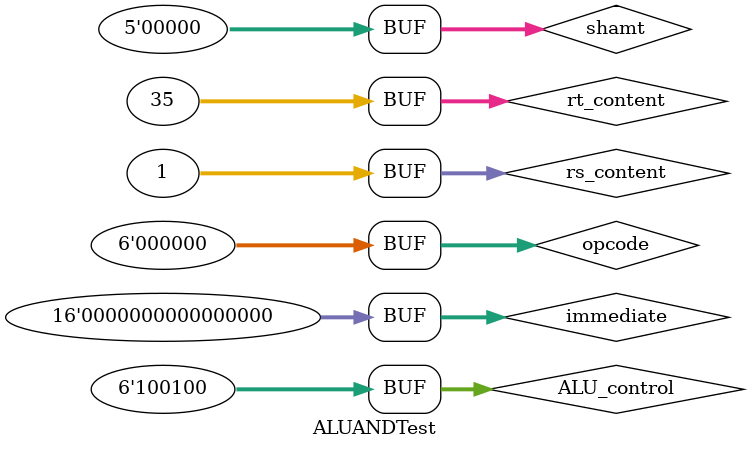
<source format=v>
`timescale 1ns / 1ps


module ALUANDTest;

	// Inputs
	reg [5:0] opcode;
	reg [31:0] rs_content;
	reg [31:0] rt_content;
	reg [4:0] shamt;
	reg [5:0] ALU_control;
	reg [15:0] immediate;

	// Outputs
	wire [31:0] ALU_result;
	wire sig_branch;

	// Instantiate the Unit Under Test (UUT)
	ALU uut (
		.ALU_result(ALU_result), 
		.sig_branch(sig_branch), 
		.opcode(opcode), 
		.rs_content(rs_content), 
		.rt_content(rt_content), 
		.shamt(shamt), 
		.ALU_control(ALU_control), 
		.immediate(immediate)
	);

	initial begin
		// Initialize Inputs
		opcode = 0;
		rs_content = 0;
		rt_content = 0;
		shamt = 0;
		ALU_control = 0;
		immediate = 0;

		// Wait 100 ns for global reset to finish
		#100;
		
		opcode = 6'b000000;
		rs_content = 15;
		rt_content = 12;
		shamt = 0;
		ALU_control = 6'b100100;
		immediate = 0;
		#100;
		
		opcode = 6'b000000;
		rs_content = 23;
		rt_content = 2;
		shamt = 0;
		ALU_control = 6'b100100;
		immediate = 0;
		#100;

		opcode = 6'b000000;
		rs_content = 1;
		rt_content = 35;
		shamt = 0;
		ALU_control = 6'b100100;
		immediate = 0;
		#100;
        
		// Add stimulus here

	end
      
endmodule


</source>
